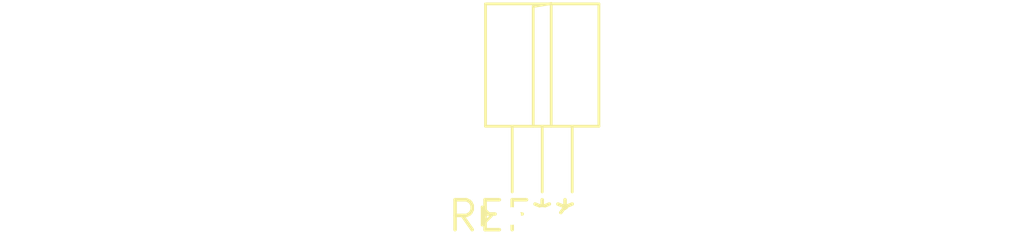
<source format=kicad_pcb>
(kicad_pcb (version 20240108) (generator pcbnew)
  (layers (0 "F.Cu" signal) (31 "B.Cu" signal) (34 "B.Paste" user) (35 "F.Paste" user) (36 "B.SilkS" user "B.Silkscreen") (37 "F.SilkS" user "F.Silkscreen") (38 "B.Mask" user) (39 "F.Mask" user) (44 "Edge.Cuts" user))
  (net 0 "")
  (footprint "TO-92_Inline_W4.0mm_Horizontal_FlatSideUp" (layer "F.Cu") (at 0 0)
    (property "Reference" "REF**")
    (property "Value" "TO-92_Inline_W4.0mm_Horizontal_FlatSideUp")
    (fp_line (start -1.27 -0.381) (end -1.27 0.381) (layer "F.SilkS") (stroke (width 0.12)))
    (fp_line (start -1.27 0.381) (end -0.889 0) (layer "F.SilkS") (stroke (width 0.12)))
    (fp_line (start -1.13 -9) (end -1.13 -3.81) (layer "F.SilkS") (stroke (width 0.12)))
    (fp_line (start -1.13 -3.81) (end 3.67 -3.81) (layer "F.SilkS") (stroke (width 0.12)))
    (fp_line (start -0.889 0) (end -1.27 -0.381) (layer "F.SilkS") (stroke (width 0.12)))
    (fp_line (start 0 -1.02) (end 0 -3.81) (layer "F.SilkS") (stroke (width 0.12)))
    (fp_line (start 0.889 -8.89) (end 1.651 -9.017) (layer "F.SilkS") (stroke (width 0.12)))
    (fp_line (start 0.889 -3.81) (end 0.889 -8.89) (layer "F.SilkS") (stroke (width 0.12)))
    (fp_line (start 1.27 -1.02) (end 1.27 -3.81) (layer "F.SilkS") (stroke (width 0.12)))
    (fp_line (start 1.651 -9.017) (end 1.651 -3.81) (layer "F.SilkS") (stroke (width 0.12)))
    (fp_line (start 2.54 -1.02) (end 2.54 -3.81) (layer "F.SilkS") (stroke (width 0.12)))
    (fp_line (start 3.67 -9) (end -1.13 -9) (layer "F.SilkS") (stroke (width 0.12)))
    (fp_line (start 3.67 -3.81) (end 3.67 -9) (layer "F.SilkS") (stroke (width 0.12)))
    (pad "1" thru_hole rect (at 0 0) (size 1.05 1.5) (drill 0.75) (layers *.Cu *.Mask) (remove_unused_layers))
    (pad "2" thru_hole oval (at 1.27 0) (size 1.05 1.5) (drill 0.75) (layers *.Cu *.Mask) (remove_unused_layers))
    (pad "3" thru_hole oval (at 2.54 0) (size 1.05 1.5) (drill 0.75) (layers *.Cu *.Mask) (remove_unused_layers))
  )
)
</source>
